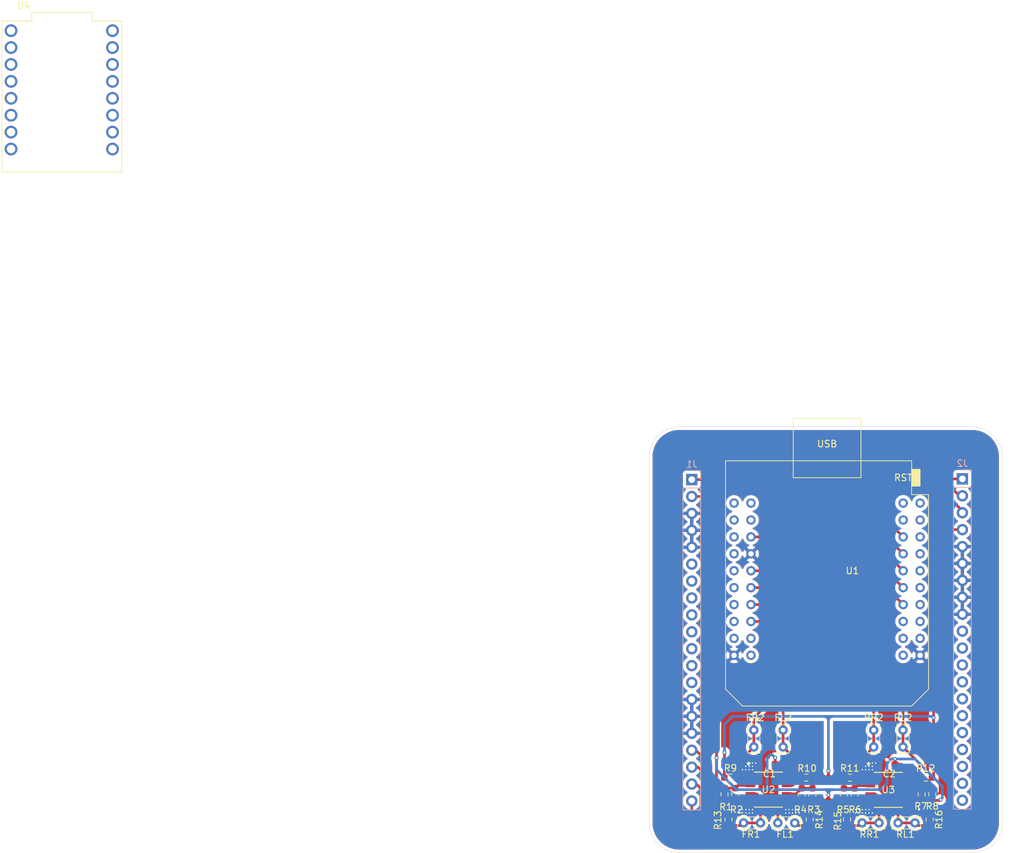
<source format=kicad_pcb>
(kicad_pcb (version 20241229) (generator "pcbnew") (generator_version "9.0")
  (layers (0 "F.Cu" signal) (2 "B.Cu" signal) (13 "F.Paste" user) (15 "B.Paste" user) (5 "F.SilkS" user "F.Silkscreen") (7 "B.SilkS" user "B.Silkscreen") (1 "F.Mask" user) (3 "B.Mask" user) (25 "Edge.Cuts" user))
  (net 0 "")
  (net 29 "Net-(U2A--)")
  (net 30 "+12V")
  (net 31 "GND")
  (net 32 "Net-(U2B--)")
  (net 33 "Net-(U3A--)")
  (net 34 "Net-(U3B--)")
  (net 35 "+3.3V")
  (net 36 "/WS_FR_Signal")
  (net 37 "/WS_FL_Signal")
  (net 38 "/WS_RR_Signal")
  (net 39 "/WS_RL_Signal")
  (net 44 "/CS")
  (net 57 "/SCK")
  (net 59 "/MISO")
  (net 66 "+5V")
  (net 69 "/MOSI")
  (net 72 "/WS_FR")
  (net 73 "/WS_FL")
  (net 74 "/WS_RL")
  (net 75 "/WS_RR")
  (footprint "Resistor_SMD:R_0603_1608Metric_Pad0.98x0.95mm_HandSolder" (layer "F.Cu") (at 127.2 121.4875 -90)
    (property "Reference" "R15" (at 0.2 1.4 90) (layer "F.SilkS"))
    (property "Value" "400")
    (pad "1" smd roundrect (at -0.9125 0 270) (size 0.975 0.95) (layers "F.Cu" "F.Mask" "F.Paste") (net 30 "+12V"))
    (pad "2" smd roundrect (at 0.9125 0 270) (size 0.975 0.95) (layers "F.Cu" "F.Mask" "F.Paste") (net 75 "/WS_RR"))
  )
  (footprint "Resistor_SMD:R_0603_1608Metric_Pad0.98x0.95mm_HandSolder" (layer "F.Cu") (at 140 117.7125 90)
    (property "Reference" "R7" (at -1.7875 -1.72415 0) (layer "F.SilkS"))
    (property "Value" "10K")
    (pad "1" smd roundrect (at -0.9125 0 90) (size 0.975 0.95) (layers "F.Cu" "F.Mask" "F.Paste") (net 30 "+12V"))
    (pad "2" smd roundrect (at 0.9125 0 90) (size 0.975 0.95) (layers "F.Cu" "F.Mask" "F.Paste") (net 34 "Net-(U3B--)"))
  )
  (footprint "Capacitor_SMD:C_0603_1608Metric_Pad1.08x0.95mm_HandSolder" (layer "F.Cu") (at 115.5375 113.2 180)
    (property "Reference" "C1" (at 0 -1.43 0) (layer "F.SilkS"))
    (property "Value" "C_Small")
    (pad "1" smd roundrect (at -0.8625 0 180) (size 1.075 0.95) (layers "F.Cu" "F.Mask" "F.Paste") (net 30 "+12V"))
    (pad "2" smd roundrect (at 0.8625 0 180) (size 1.075 0.95) (layers "F.Cu" "F.Mask" "F.Paste") (net 31 "GND"))
  )
  (footprint "TestPoint:TestPoint_Bridge_Pitch2.54mm_Drill0.7mm" (layer "F.Cu") (at 129.46 122)
    (property "Reference" "RR1" (at 1.1 1.7 0) (layer "F.SilkS"))
    (property "Value" "TestPoint")
    (pad "1" thru_hole circle (at 0 0) (size 1.4 1.4) (drill 0.7) (layers "*.Cu" "*.Mask") (net 75 "/WS_RR"))
    (pad "1" thru_hole circle (at 2.54 0) (size 1.4 1.4) (drill 0.7) (layers "*.Cu" "*.Mask") (net 75 "/WS_RR"))
  )
  (footprint "Resistor_SMD:R_0603_1608Metric_Pad0.98x0.95mm_HandSolder" (layer "F.Cu") (at 121.0875 115.2 180)
    (property "Reference" "R10" (at -0.1125 1.4 0) (layer "F.SilkS"))
    (property "Value" "1K")
    (pad "1" smd roundrect (at -0.9125 0 180) (size 0.975 0.95) (layers "F.Cu" "F.Mask" "F.Paste") (net 35 "+3.3V"))
    (pad "2" smd roundrect (at 0.9125 0 180) (size 0.975 0.95) (layers "F.Cu" "F.Mask" "F.Paste") (net 37 "/WS_FL_Signal"))
  )
  (footprint "TestPoint:TestPoint_Bridge_Pitch2.54mm_Drill0.7mm" (layer "F.Cu") (at 111.66 122)
    (property "Reference" "FR1" (at 1.1 1.7 0) (layer "F.SilkS"))
    (property "Value" "TestPoint")
    (pad "1" thru_hole circle (at 0 0) (size 1.4 1.4) (drill 0.7) (layers "*.Cu" "*.Mask") (net 72 "/WS_FR"))
    (pad "1" thru_hole circle (at 2.54 0) (size 1.4 1.4) (drill 0.7) (layers "*.Cu" "*.Mask") (net 72 "/WS_FR"))
  )
  (footprint "Resistor_SMD:R_0603_1608Metric_Pad0.98x0.95mm_HandSolder" (layer "F.Cu") (at 108.8 117.6875 90)
    (property "Reference" "R1" (at -1.9125 0.2 0) (layer "F.SilkS"))
    (property "Value" "10K")
    (pad "1" smd roundrect (at -0.9125 0 90) (size 0.975 0.95) (layers "F.Cu" "F.Mask" "F.Paste") (net 30 "+12V"))
    (pad "2" smd roundrect (at 0.9125 0 90) (size 0.975 0.95) (layers "F.Cu" "F.Mask" "F.Paste") (net 29 "Net-(U2A--)"))
  )
  (footprint "TestPoint:TestPoint_Bridge_Pitch2.54mm_Drill0.7mm" (layer "F.Cu") (at 131.2 108.06 -90)
    (property "Reference" "RR2" (at -1.86 0 0) (layer "F.SilkS"))
    (property "Value" "TestPoint")
    (pad "1" thru_hole circle (at 0 0 270) (size 1.4 1.4) (drill 0.7) (layers "*.Cu" "*.Mask") (net 38 "/WS_RR_Signal"))
    (pad "1" thru_hole circle (at 2.54 0 270) (size 1.4 1.4) (drill 0.7) (layers "*.Cu" "*.Mask") (net 38 "/WS_RR_Signal"))
  )
  (footprint "TestPoint:TestPoint_Bridge_Pitch2.54mm_Drill0.7mm" (layer "F.Cu") (at 117.6 110.6 90)
    (property "Reference" "FL2" (at 4.4 0 0) (layer "F.SilkS"))
    (property "Value" "TestPoint")
    (pad "1" thru_hole circle (at 0 0 90) (size 1.4 1.4) (drill 0.7) (layers "*.Cu" "*.Mask") (net 37 "/WS_FL_Signal"))
    (pad "1" thru_hole circle (at 2.54 0 90) (size 1.4 1.4) (drill 0.7) (layers "*.Cu" "*.Mask") (net 37 "/WS_FL_Signal"))
  )
  (footprint "Resistor_SMD:R_0603_1608Metric_Pad0.98x0.95mm_HandSolder" (layer "F.Cu") (at 110.4 117.6875 -90)
    (property "Reference" "R2" (at 2.3125 -0.2 0) (layer "F.SilkS"))
    (property "Value" "22K")
    (pad "1" smd roundrect (at -0.9125 0 270) (size 0.975 0.95) (layers "F.Cu" "F.Mask" "F.Paste") (net 29 "Net-(U2A--)"))
    (pad "2" smd roundrect (at 0.9125 0 270) (size 0.975 0.95) (layers "F.Cu" "F.Mask" "F.Paste") (net 31 "GND"))
  )
  (footprint "Resistor_SMD:R_0603_1608Metric_Pad0.98x0.95mm_HandSolder" (layer "F.Cu") (at 139.6 121.4875 -90)
    (property "Reference" "R16" (at 0.0125 -1.4 90) (layer "F.SilkS"))
    (property "Value" "400")
    (pad "1" smd roundrect (at -0.9125 0 270) (size 0.975 0.95) (layers "F.Cu" "F.Mask" "F.Paste") (net 30 "+12V"))
    (pad "2" smd roundrect (at 0.9125 0 270) (size 0.975 0.95) (layers "F.Cu" "F.Mask" "F.Paste") (net 74 "/WS_RL"))
  )
  (footprint "Resistor_SMD:R_0603_1608Metric_Pad0.98x0.95mm_HandSolder" (layer "F.Cu") (at 109.6875 115.2)
    (property "Reference" "R9" (at 0 -1.43 0) (layer "F.SilkS"))
    (property "Value" "1K")
    (pad "1" smd roundrect (at -0.9125 0) (size 0.975 0.95) (layers "F.Cu" "F.Mask" "F.Paste") (net 35 "+3.3V"))
    (pad "2" smd roundrect (at 0.9125 0) (size 0.975 0.95) (layers "F.Cu" "F.Mask" "F.Paste") (net 36 "/WS_FR_Signal"))
  )
  (footprint "TestPoint:TestPoint_Bridge_Pitch2.54mm_Drill0.7mm" (layer "F.Cu") (at 116.8 122)
    (property "Reference" "FL1" (at 1.1 1.7 0) (layer "F.SilkS"))
    (property "Value" "TestPoint")
    (pad "1" thru_hole circle (at 0 0) (size 1.4 1.4) (drill 0.7) (layers "*.Cu" "*.Mask") (net 73 "/WS_FL"))
    (pad "1" thru_hole circle (at 2.54 0) (size 1.4 1.4) (drill 0.7) (layers "*.Cu" "*.Mask") (net 73 "/WS_FL"))
  )
  (footprint "Resistor_SMD:R_0603_1608Metric_Pad0.98x0.95mm_HandSolder" (layer "F.Cu") (at 138.4 117.7125 -90)
    (property "Reference" "R8" (at 1.7875 -1.6 180) (layer "F.SilkS"))
    (property "Value" "20K")
    (pad "1" smd roundrect (at -0.9125 0 270) (size 0.975 0.95) (layers "F.Cu" "F.Mask" "F.Paste") (net 34 "Net-(U3B--)"))
    (pad "2" smd roundrect (at 0.9125 0 270) (size 0.975 0.95) (layers "F.Cu" "F.Mask" "F.Paste") (net 31 "GND"))
  )
  (footprint "Resistor_SMD:R_0603_1608Metric_Pad0.98x0.95mm_HandSolder" (layer "F.Cu") (at 126.72415 117.7225 90)
    (property "Reference" "R5" (at -2.2775 -0.12415 0) (layer "F.SilkS"))
    (property "Value" "10K")
    (pad "1" smd roundrect (at -0.9125 0 90) (size 0.975 0.95) (layers "F.Cu" "F.Mask" "F.Paste") (net 30 "+12V"))
    (pad "2" smd roundrect (at 0.9125 0 90) (size 0.975 0.95) (layers "F.Cu" "F.Mask" "F.Paste") (net 33 "Net-(U3A--)"))
  )
  (footprint "Resistor_SMD:R_0603_1608Metric_Pad0.98x0.95mm_HandSolder" (layer "F.Cu") (at 139.03665 115.2 180)
    (property "Reference" "R12" (at 0.03665 1.4 0) (layer "F.SilkS"))
    (property "Value" "1K")
    (pad "1" smd roundrect (at -0.9125 0 180) (size 0.975 0.95) (layers "F.Cu" "F.Mask" "F.Paste") (net 35 "+3.3V"))
    (pad "2" smd roundrect (at 0.9125 0 180) (size 0.975 0.95) (layers "F.Cu" "F.Mask" "F.Paste") (net 39 "/WS_RL_Signal"))
  )
  (footprint "Resistor_SMD:R_0603_1608Metric_Pad0.98x0.95mm_HandSolder" (layer "F.Cu") (at 121.6 121.4875 -90)
    (property "Reference" "R14" (at 0 -1.43 90) (layer "F.SilkS"))
    (property "Value" "400")
    (pad "1" smd roundrect (at -0.9125 0 270) (size 0.975 0.95) (layers "F.Cu" "F.Mask" "F.Paste") (net 30 "+12V"))
    (pad "2" smd roundrect (at 0.9125 0 270) (size 0.975 0.95) (layers "F.Cu" "F.Mask" "F.Paste") (net 73 "/WS_FL"))
  )
  (footprint "Resistor_SMD:R_0603_1608Metric_Pad0.98x0.95mm_HandSolder" (layer "F.Cu") (at 120.4 117.7125 -90)
    (property "Reference" "R4" (at 2.2875 0.2 180) (layer "F.SilkS"))
    (property "Value" "20K")
    (pad "1" smd roundrect (at -0.9125 0 270) (size 0.975 0.95) (layers "F.Cu" "F.Mask" "F.Paste") (net 32 "Net-(U2B--)"))
    (pad "2" smd roundrect (at 0.9125 0 270) (size 0.975 0.95) (layers "F.Cu" "F.Mask" "F.Paste") (net 31 "GND"))
  )
  (footprint "TestPoint:TestPoint_Bridge_Pitch2.54mm_Drill0.7mm" (layer "F.Cu") (at 113.2 110.6 90)
    (property "Reference" "FR2" (at 4.4 0.2 0) (layer "F.SilkS"))
    (property "Value" "TestPoint")
    (pad "1" thru_hole circle (at 0 0 90) (size 1.4 1.4) (drill 0.7) (layers "*.Cu" "*.Mask") (net 36 "/WS_FR_Signal"))
    (pad "1" thru_hole circle (at 2.54 0 90) (size 1.4 1.4) (drill 0.7) (layers "*.Cu" "*.Mask") (net 36 "/WS_FR_Signal"))
  )
  (footprint "ESP32 Supermini:MODULE_ESP32-C3_SUPERMINI" (layer "F.Cu") (at 9.275 12.925)
    (property "Reference" "U4" (at -5.715 -13.6525 0) (layer "F.SilkS"))
    (property "Value" "ESP32-C3_SUPERMINI_TH")
    (pad "0" thru_hole circle (at 7.62 7.88) (size 1.905 1.905) (drill 1.27) (layers "*.Cu" "*.Mask"))
    (pad "1" thru_hole circle (at 7.62 5.34) (size 1.905 1.905) (drill 1.27) (layers "*.Cu" "*.Mask"))
    (pad "2" thru_hole circle (at 7.62 2.8) (size 1.905 1.905) (drill 1.27) (layers "*.Cu" "*.Mask"))
    (pad "3" thru_hole circle (at 7.62 0.26) (size 1.905 1.905) (drill 1.27) (layers "*.Cu" "*.Mask"))
    (pad "3.3" thru_hole circle (at 7.62 -4.82) (size 1.905 1.905) (drill 1.27) (layers "*.Cu" "*.Mask"))
    (pad "4" thru_hole circle (at 7.62 -2.28) (size 1.905 1.905) (drill 1.27) (layers "*.Cu" "*.Mask"))
    (pad "5" thru_hole circle (at -7.62 -9.9) (size 1.905 1.905) (drill 1.27) (layers "*.Cu" "*.Mask"))
    (pad "5V" thru_hole circle (at 7.62 -9.9) (size 1.905 1.905) (drill 1.27) (layers "*.Cu" "*.Mask"))
    (pad "6" thru_hole circle (at -7.62 -7.36) (size 1.905 1.905) (drill 1.27) (layers "*.Cu" "*.Mask"))
    (pad "7" thru_hole circle (at -7.62 -4.82) (size 1.905 1.905) (drill 1.27) (layers "*.Cu" "*.Mask"))
    (pad "8" thru_hole circle (at -7.62 -2.28) (size 1.905 1.905) (drill 1.27) (layers "*.Cu" "*.Mask"))
    (pad "9" thru_hole circle (at -7.62 0.26) (size 1.905 1.905) (drill 1.27) (layers "*.Cu" "*.Mask"))
    (pad "10" thru_hole circle (at -7.62 2.8) (size 1.905 1.905) (drill 1.27) (layers "*.Cu" "*.Mask"))
    (pad "20" thru_hole circle (at -7.62 5.34) (size 1.905 1.905) (drill 1.27) (layers "*.Cu" "*.Mask"))
    (pad "21" thru_hole circle (at -7.62 7.88) (size 1.905 1.905) (drill 1.27) (layers "*.Cu" "*.Mask"))
    (pad "G" thru_hole circle (at 7.62 -7.36) (size 1.905 1.905) (drill 1.27) (layers "*.Cu" "*.Mask"))
  )
  (footprint "Resistor_SMD:R_0603_1608Metric_Pad0.98x0.95mm_HandSolder" (layer "F.Cu") (at 127.61165 115.21)
    (property "Reference" "R11" (at 0 -1.43 0) (layer "F.SilkS"))
    (property "Value" "1K")
    (pad "1" smd roundrect (at -0.9125 0) (size 0.975 0.95) (layers "F.Cu" "F.Mask" "F.Paste") (net 35 "+3.3V"))
    (pad "2" smd roundrect (at 0.9125 0) (size 0.975 0.95) (layers "F.Cu" "F.Mask" "F.Paste") (net 38 "/WS_RR_Signal"))
  )
  (footprint "LM393:SO8_STM" (layer "F.Cu") (at 133.4 117.035)
    (property "Reference" "U3" (at 0 0 0) (layer "F.SilkS"))
    (property "Value" "LM393")
    (fp_text user "*" (at -2.97815 -3.5814 0) (layer "F.SilkS"))
    (fp_text user "*" (at -2.97815 -3.5814 0) (layer "F.SilkS"))
    (pad "1" smd rect (at -2.72415 -1.905) (size 1.4605 0.5334) (layers "F.Cu" "F.Mask" "F.Paste") (net 38 "/WS_RR_Signal"))
    (pad "2" smd rect (at -2.72415 -0.635) (size 1.4605 0.5334) (layers "F.Cu" "F.Mask" "F.Paste") (net 33 "Net-(U3A--)"))
    (pad "3" smd rect (at -2.72415 0.635) (size 1.4605 0.5334) (layers "F.Cu" "F.Mask" "F.Paste") (net 75 "/WS_RR"))
    (pad "4" smd rect (at -2.72415 1.905) (size 1.4605 0.5334) (layers "F.Cu" "F.Mask" "F.Paste") (net 31 "GND"))
    (pad "5" smd rect (at 2.72415 1.905) (size 1.4605 0.5334) (layers "F.Cu" "F.Mask" "F.Paste") (net 74 "/WS_RL"))
    (pad "6" smd rect (at 2.72415 0.635) (size 1.4605 0.5334) (layers "F.Cu" "F.Mask" "F.Paste") (net 34 "Net-(U3B--)"))
    (pad "7" smd rect (at 2.72415 -0.635) (size 1.4605 0.5334) (layers "F.Cu" "F.Mask" "F.Paste") (net 39 "/WS_RL_Signal"))
    (pad "8" smd rect (at 2.72415 -1.905) (size 1.4605 0.5334) (layers "F.Cu" "F.Mask" "F.Paste") (net 30 "+12V"))
  )
  (footprint "TestPoint:TestPoint_Bridge_Pitch2.54mm_Drill0.7mm" (layer "F.Cu") (at 134.86 122)
    (property "Reference" "RL1" (at 1.1 1.7 0) (layer "F.SilkS"))
    (property "Value" "TestPoint")
    (pad "1" thru_hole circle (at 0 0) (size 1.4 1.4) (drill 0.7) (layers "*.Cu" "*.Mask") (net 74 "/WS_RL"))
    (pad "1" thru_hole circle (at 2.54 0) (size 1.4 1.4) (drill 0.7) (layers "*.Cu" "*.Mask") (net 74 "/WS_RL"))
  )
  (footprint "LM393:SO8_STM" (layer "F.Cu") (at 115.4 117)
    (property "Reference" "U2" (at 0 0 0) (layer "F.SilkS"))
    (property "Value" "LM393")
    (fp_text user "*" (at -2.97815 -3.5814 0) (layer "F.SilkS"))
    (fp_text user "*" (at -2.97815 -3.5814 0) (layer "F.SilkS"))
    (pad "1" smd rect (at -2.72415 -1.905) (size 1.4605 0.5334) (layers "F.Cu" "F.Mask" "F.Paste") (net 36 "/WS_FR_Signal"))
    (pad "2" smd rect (at -2.72415 -0.635) (size 1.4605 0.5334) (layers "F.Cu" "F.Mask" "F.Paste") (net 29 "Net-(U2A--)"))
    (pad "3" smd rect (at -2.72415 0.635) (size 1.4605 0.5334) (layers "F.Cu" "F.Mask" "F.Paste") (net 72 "/WS_FR"))
    (pad "4" smd rect (at -2.72415 1.905) (size 1.4605 0.5334) (layers "F.Cu" "F.Mask" "F.Paste") (net 31 "GND"))
    (pad "5" smd rect (at 2.72415 1.905) (size 1.4605 0.5334) (layers "F.Cu" "F.Mask" "F.Paste") (net 73 "/WS_FL"))
    (pad "6" smd rect (at 2.72415 0.635) (size 1.4605 0.5334) (layers "F.Cu" "F.Mask" "F.Paste") (net 32 "Net-(U2B--)"))
    (pad "7" smd rect (at 2.72415 -0.635) (size 1.4605 0.5334) (layers "F.Cu" "F.Mask" "F.Paste") (net 37 "/WS_FL_Signal"))
    (pad "8" smd rect (at 2.72415 -1.905) (size 1.4605 0.5334) (layers "F.Cu" "F.Mask" "F.Paste") (net 30 "+12V"))
  )
  (footprint "Resistor_SMD:R_0603_1608Metric_Pad0.98x0.95mm_HandSolder" (layer "F.Cu") (at 109.4 121.4875 -90)
    (property "Reference" "R13" (at 0.1125 1.6 90) (layer "F.SilkS"))
    (property "Value" "400")
    (pad "1" smd roundrect (at -0.9125 0 270) (size 0.975 0.95) (layers "F.Cu" "F.Mask" "F.Paste") (net 30 "+12V"))
    (pad "2" smd roundrect (at 0.9125 0 270) (size 0.975 0.95) (layers "F.Cu" "F.Mask" "F.Paste") (net 72 "/WS_FR"))
  )
  (footprint "Resistor_SMD:R_0603_1608Metric_Pad0.98x0.95mm_HandSolder" (layer "F.Cu") (at 128.32415 117.7225 -90)
    (property "Reference" "R6" (at 2.2775 -0.07585 0) (layer "F.SilkS"))
    (property "Value" "20K")
    (pad "1" smd roundrect (at -0.9125 0 270) (size 0.975 0.95) (layers "F.Cu" "F.Mask" "F.Paste") (net 33 "Net-(U3A--)"))
    (pad "2" smd roundrect (at 0.9125 0 270) (size 0.975 0.95) (layers "F.Cu" "F.Mask" "F.Paste") (net 31 "GND"))
  )
  (footprint "kicad-esp32-wemos-d1-mini-master:esp32-wemos-d1-mini" (layer "F.Cu") (at 124.2 85.4 180)
    (property "Reference" "U1" (at -3.81 1.27 0) (layer "F.SilkS"))
    (property "Value" "esp32-wemos-d1-mini")
    (fp_text user "RST" (at -11.43 15.24 0) (layer "F.SilkS"))
    (fp_text user "USB" (at 0 20.32 0) (layer "F.SilkS"))
    (pad "1" thru_hole circle (at -13.97 -11.43 90) (size 1.4 1.4) (drill 0.8) (layers "*.Cu" "*.Mask") (net 31 "GND"))
    (pad "2" thru_hole circle (at -11.43 -11.43 90) (size 1.4 1.4) (drill 0.8) (layers "*.Cu" "*.Mask"))
    (pad "3" thru_hole circle (at -13.97 -8.89 90) (size 1.4 1.4) (drill 0.8) (layers "*.Cu" "*.Mask"))
    (pad "4" thru_hole circle (at -11.43 -8.89 90) (size 1.4 1.4) (drill 0.8) (layers "*.Cu" "*.Mask"))
    (pad "5" thru_hole circle (at -13.97 -6.35 90) (size 1.4 1.4) (drill 0.8) (layers "*.Cu" "*.Mask"))
    (pad "6" thru_hole circle (at -11.43 -6.35 90) (size 1.4 1.4) (drill 0.8) (layers "*.Cu" "*.Mask"))
    (pad "7" thru_hole circle (at -13.97 -3.81 90) (size 1.4 1.4) (drill 0.8) (layers "*.Cu" "*.Mask"))
    (pad "8" thru_hole circle (at -11.43 -3.81 90) (size 1.4 1.4) (drill 0.8) (layers "*.Cu" "*.Mask") (net 57 "/SCK"))
    (pad "9" thru_hole circle (at -13.97 -1.27 90) (size 1.4 1.4) (drill 0.8) (layers "*.Cu" "*.Mask"))
    (pad "10" thru_hole circle (at -11.43 -1.27 90) (size 1.4 1.4) (drill 0.8) (layers "*.Cu" "*.Mask") (net 59 "/MISO"))
    (pad "11" thru_hole circle (at -13.97 1.27 90) (size 1.4 1.4) (drill 0.8) (layers "*.Cu" "*.Mask"))
    (pad "12" thru_hole circle (at -11.43 1.27 90) (size 1.4 1.4) (drill 0.8) (layers "*.Cu" "*.Mask") (net 69 "/MOSI"))
    (pad "13" thru_hole circle (at -13.97 3.81 90) (size 1.4 1.4) (drill 0.8) (layers "*.Cu" "*.Mask"))
    (pad "14" thru_hole circle (at -11.43 3.81 90) (size 1.4 1.4) (drill 0.8) (layers "*.Cu" "*.Mask") (net 44 "/CS"))
    (pad "15" thru_hole circle (at -13.97 6.35 90) (size 1.4 1.4) (drill 0.8) (layers "*.Cu" "*.Mask"))
    (pad "16" thru_hole circle (at -11.43 6.35 90) (size 1.4 1.4) (drill 0.8) (layers "*.Cu" "*.Mask") (net 35 "+3.3V"))
    (pad "17" thru_hole circle (at -13.97 8.89 90) (size 1.4 1.4) (drill 0.8) (layers "*.Cu" "*.Mask"))
    (pad "18" thru_hole circle (at -11.43 8.89 90) (size 1.4 1.4) (drill 0.8) (layers "*.Cu" "*.Mask"))
    (pad "19" thru_hole circle (at -13.97 11.43 90) (size 1.4 1.4) (drill 0.8) (layers "*.Cu" "*.Mask"))
    (pad "20" thru_hole circle (at -11.43 11.43 90) (size 1.4 1.4) (drill 0.8) (layers "*.Cu" "*.Mask"))
    (pad "21" thru_hole circle (at 11.43 -11.43 90) (size 1.4 1.4) (drill 0.8) (layers "*.Cu" "*.Mask"))
    (pad "22" thru_hole circle (at 13.97 -11.43 90) (size 1.4 1.4) (drill 0.8) (layers "*.Cu" "*.Mask") (net 31 "GND"))
    (pad "23" thru_hole circle (at 11.43 -8.89 90) (size 1.4 1.4) (drill 0.8) (layers "*.Cu" "*.Mask"))
    (pad "24" thru_hole circle (at 13.97 -8.89 90) (size 1.4 1.4) (drill 0.8) (layers "*.Cu" "*.Mask"))
    (pad "25" thru_hole circle (at 11.43 -6.35 90) (size 1.4 1.4) (drill 0.8) (layers "*.Cu" "*.Mask") (net 36 "/WS_FR_Signal"))
    (pad "26" thru_hole circle (at 13.97 -6.35 90) (size 1.4 1.4) (drill 0.8) (layers "*.Cu" "*.Mask"))
    (pad "27" thru_hole circle (at 11.43 -3.81 90) (size 1.4 1.4) (drill 0.8) (layers "*.Cu" "*.Mask") (net 37 "/WS_FL_Signal"))
    (pad "28" thru_hole circle (at 13.97 -3.81 90) (size 1.4 1.4) (drill 0.8) (layers "*.Cu" "*.Mask"))
    (pad "29" thru_hole circle (at 11.43 -1.27 90) (size 1.4 1.4) (drill 0.8) (layers "*.Cu" "*.Mask") (net 38 "/WS_RR_Signal"))
    (pad "30" thru_hole circle (at 13.97 -1.27 90) (size 1.4 1.4) (drill 0.8) (layers "*.Cu" "*.Mask"))
    (pad "31" thru_hole circle (at 11.43 1.27 90) (size 1.4 1.4) (drill 0.8) (layers "*.Cu" "*.Mask") (net 39 "/WS_RL_Signal"))
    (pad "32" thru_hole circle (at 13.97 1.27 90) (size 1.4 1.4) (drill 0.8) (layers "*.Cu" "*.Mask"))
    (pad "33" thru_hole circle (at 11.43 3.81 90) (size 1.4 1.4) (drill 0.8) (layers "*.Cu" "*.Mask") (net 31 "GND"))
    (pad "34" thru_hole circle (at 13.97 3.81 90) (size 1.4 1.4) (drill 0.8) (layers "*.Cu" "*.Mask"))
    (pad "35" thru_hole circle (at 11.43 6.35 90) (size 1.4 1.4) (drill 0.8) (layers "*.Cu" "*.Mask") (net 66 "+5V"))
    (pad "36" thru_hole circle (at 13.97 6.35 90) (size 1.4 1.4) (drill 0.8) (layers "*.Cu" "*.Mask"))
    (pad "37" thru_hole circle (at 11.43 8.89 90) (size 1.4 1.4) (drill 0.8) (layers "*.Cu" "*.Mask"))
    (pad "38" thru_hole circle (at 13.97 8.89 90) (size 1.4 1.4) (drill 0.8) (layers "*.Cu" "*.Mask"))
    (pad "39" thru_hole circle (at 11.43 11.43 90) (size 1.4 1.4) (drill 0.8) (layers "*.Cu" "*.Mask"))
    (pad "40" thru_hole circle (at 13.97 11.43 90) (size 1.4 1.4) (drill 0.8) (layers "*.Cu" "*.Mask"))
  )
  (footprint "Resistor_SMD:R_0603_1608Metric_Pad0.98x0.95mm_HandSolder" (layer "F.Cu") (at 122 117.7125 90)
    (property "Reference" "R3" (at -2.2875 0.2 0) (layer "F.SilkS"))
    (property "Value" "10K")
    (pad "1" smd roundrect (at -0.9125 0 90) (size 0.975 0.95) (layers "F.Cu" "F.Mask" "F.Paste") (net 30 "+12V"))
    (pad "2" smd roundrect (at 0.9125 0 90) (size 0.975 0.95) (layers "F.Cu" "F.Mask" "F.Paste") (net 32 "Net-(U2B--)"))
  )
  (footprint "TestPoint:TestPoint_Bridge_Pitch2.54mm_Drill0.7mm" (layer "F.Cu") (at 135.6 110.6 90)
    (property "Reference" "RL2" (at 4.4 0 0) (layer "F.SilkS"))
    (property "Value" "TestPoint")
    (pad "1" thru_hole circle (at 0 0 90) (size 1.4 1.4) (drill 0.7) (layers "*.Cu" "*.Mask") (net 39 "/WS_RL_Signal"))
    (pad "1" thru_hole circle (at 2.54 0 90) (size 1.4 1.4) (drill 0.7) (layers "*.Cu" "*.Mask") (net 39 "/WS_RL_Signal"))
  )
  (footprint "Capacitor_SMD:C_0603_1608Metric_Pad1.08x0.95mm_HandSolder" (layer "F.Cu") (at 133.5375 113.21 180)
    (property "Reference" "C2" (at 0 -1.43 0) (layer "F.SilkS"))
    (property "Value" "C_Small" (hide yes))
    (pad "1" smd roundrect (at -0.8625 0 180) (size 1.075 0.95) (layers "F.Cu" "F.Mask" "F.Paste") (net 30 "+12V"))
    (pad "2" smd roundrect (at 0.8625 0 180) (size 1.075 0.95) (layers "F.Cu" "F.Mask" "F.Paste") (net 31 "GND"))
  )
  (footprint "Connector_PinHeader_2.54mm:PinHeader_1x20_P2.54mm_Vertical" (layer "B.Cu") (at 144.52 70.34 180)
    (property "Reference" "J2" (at 0 2.33 0) (layer "B.SilkS") (effects (justify mirror)))
    (property "Value" "Conn_01x20_Pin" (hide yes))
    (pad "1" thru_hole rect (at 0 0 180) (size 1.7 1.7) (drill 1) (layers "*.Cu" "*.Mask") (net 57 "/SCK"))
    (pad "2" thru_hole oval (at 0 -2.54 180) (size 1.7 1.7) (drill 1) (layers "*.Cu" "*.Mask") (net 59 "/MISO"))
    (pad "3" thru_hole oval (at 0 -5.08 180) (size 1.7 1.7) (drill 1) (layers "*.Cu" "*.Mask") (net 69 "/MOSI"))
    (pad "4" thru_hole oval (at 0 -7.62 180) (size 1.7 1.7) (drill 1) (layers "*.Cu" "*.Mask") (net 44 "/CS"))
    (pad "5" thru_hole oval (at 0 -10.16 180) (size 1.7 1.7) (drill 1) (layers "*.Cu" "*.Mask") (net 31 "GND"))
    (pad "6" thru_hole oval (at 0 -12.7 180) (size 1.7 1.7) (drill 1) (layers "*.Cu" "*.Mask") (net 31 "GND"))
    (pad "7" thru_hole oval (at 0 -15.24 180) (size 1.7 1.7) (drill 1) (layers "*.Cu" "*.Mask") (net 31 "GND"))
    (pad "8" thru_hole oval (at 0 -17.78 180) (size 1.7 1.7) (drill 1) (layers "*.Cu" "*.Mask") (net 31 "GND"))
    (pad "9" thru_hole oval (at 0 -20.32 180) (size 1.7 1.7) (drill 1) (layers "*.Cu" "*.Mask") (net 31 "GND"))
    (pad "10" thru_hole oval (at 0 -22.86 180) (size 1.7 1.7) (drill 1) (layers "*.Cu" "*.Mask"))
    (pad "11" thru_hole oval (at 0 -25.4 180) (size 1.7 1.7) (drill 1) (layers "*.Cu" "*.Mask"))
    (pad "12" thru_hole oval (at 0 -27.94 180) (size 1.7 1.7) (drill 1) (layers "*.Cu" "*.Mask"))
    (pad "13" thru_hole oval (at 0 -30.48 180) (size 1.7 1.7) (drill 1) (layers "*.Cu" "*.Mask"))
    (pad "14" thru_hole oval (at 0 -33.02 180) (size 1.7 1.7) (drill 1) (layers "*.Cu" "*.Mask"))
    (pad "15" thru_hole oval (at 0 -35.56 180) (size 1.7 1.7) (drill 1) (layers "*.Cu" "*.Mask"))
    (pad "16" thru_hole oval (at 0 -38.1 180) (size 1.7 1.7) (drill 1) (layers "*.Cu" "*.Mask"))
    (pad "17" thru_hole oval (at 0 -40.64 180) (size 1.7 1.7) (drill 1) (layers "*.Cu" "*.Mask"))
    (pad "18" thru_hole oval (at 0 -43.18 180) (size 1.7 1.7) (drill 1) (layers "*.Cu" "*.Mask"))
    (pad "19" thru_hole oval (at 0 -45.72 180) (size 1.7 1.7) (drill 1) (layers "*.Cu" "*.Mask"))
    (pad "20" thru_hole oval (at 0 -48.26 180) (size 1.7 1.7) (drill 1) (layers "*.Cu" "*.Mask"))
  )
  (footprint "Connector_PinHeader_2.54mm:PinHeader_1x20_P2.54mm_Vertical" (layer "B.Cu") (at 103.88 70.44 180)
    (property "Reference" "J1" (at 0 2.33 0) (layer "B.SilkS") (effects (justify mirror)))
    (property "Value" "Conn_01x20_Pin")
    (pad "1" thru_hole rect (at 0 0 180) (size 1.7 1.7) (drill 1) (layers "*.Cu" "*.Mask") (net 66 "+5V"))
    (pad "2" thru_hole oval (at 0 -2.54 180) (size 1.7 1.7) (drill 1) (layers "*.Cu" "*.Mask") (net 30 "+12V"))
    (pad "3" thru_hole oval (at 0 -5.08 180) (size 1.7 1.7) (drill 1) (layers "*.Cu" "*.Mask") (net 31 "GND"))
    (pad "4" thru_hole oval (at 0 -7.62 180) (size 1.7 1.7) (drill 1) (layers "*.Cu" "*.Mask") (net 31 "GND"))
    (pad "5" thru_hole oval (at 0 -10.16 180) (size 1.7 1.7) (drill 1) (layers "*.Cu" "*.Mask") (net 31 "GND"))
    (pad "6" thru_hole oval (at 0 -12.7 180) (size 1.7 1.7) (drill 1) (layers "*.Cu" "*.Mask"))
    (pad "7" thru_hole oval (at 0 -15.24 180) (size 1.7 1.7) (drill 1) (layers "*.Cu" "*.Mask"))
    (pad "8" thru_hole oval (at 0 -17.78 180) (size 1.7 1.7) (drill 1) (layers "*.Cu" "*.Mask"))
    (pad "9" thru_hole oval (at 0 -20.32 180) (size 1.7 1.7) (drill 1) (layers "*.Cu" "*.Mask"))
    (pad "10" thru_hole oval (at 0 -22.86 180) (size 1.7 1.7) (drill 1) (layers "*.Cu" "*.Mask"))
    (pad "11" thru_hole oval (at 0 -25.4 180) (size 1.7 1.7) (drill 1) (layers "*.Cu" "*.Mask"))
    (pad "12" thru_hole oval (at 0 -27.94 180) (size 1.7 1.7) (drill 1) (layers "*.Cu" "*.Mask"))
    (pad "13" thru_hole oval (at 0 -30.48 180) (size 1.7 1.7) (drill 1) (layers "*.Cu" "*.Mask"))
    (pad "14" thru_hole oval (at 0 -33.02 180) (size 1.7 1.7) (drill 1) (layers "*.Cu" "*.Mask") (net 31 "GND"))
    (pad "15" thru_hole oval (at 0 -35.56 180) (size 1.7 1.7) (drill 1) (layers "*.Cu" "*.Mask") (net 31 "GND"))
    (pad "16" thru_hole oval (at 0 -38.1 180) (size 1.7 1.7) (drill 1) (layers "*.Cu" "*.Mask") (net 31 "GND"))
    (pad "17" thru_hole oval (at 0 -40.64 180) (size 1.7 1.7) (drill 1) (layers "*.Cu" "*.Mask") (net 72 "/WS_FR"))
    (pad "18" thru_hole oval (at 0 -43.18 180) (size 1.7 1.7) (drill 1) (layers "*.Cu" "*.Mask") (net 73 "/WS_FL"))
    (pad "19" thru_hole oval (at 0 -45.72 180) (size 1.7 1.7) (drill 1) (layers "*.Cu" "*.Mask") (net 75 "/WS_RR"))
    (pad "20" thru_hole oval (at 0 -48.26 180) (size 1.7 1.7) (drill 1) (layers "*.Cu" "*.Mask") (net 74 "/WS_RL"))
  )
  (gr_arc (start 102 126.5) (mid 98.818019 125.181981) (end 97.5 122) (stroke (width 0.05)) (layer "Edge.Cuts"))
  (gr_arc (start 97.5 67) (mid 98.818019 63.818019) (end 102 62.5) (stroke (width 0.05)) (layer "Edge.Cuts"))
  (gr_line (start 150.5 67) (end 150.5 122) (stroke (width 0.05)) (layer "Edge.Cuts"))
  (gr_line (start 146 126.5) (end 102 126.5) (stroke (width 0.05)) (layer "Edge.Cuts"))
  (gr_line (start 102 62.5) (end 146 62.5) (stroke (width 0.05)) (layer "Edge.Cuts"))
  (gr_arc (start 150.5 122) (mid 149.181981 125.181981) (end 146 126.5) (stroke (width 0.05)) (layer "Edge.Cuts"))
  (gr_arc (start 146 62.5) (mid 149.181981 63.818019) (end 150.5 67) (stroke (width 0.05)) (layer "Edge.Cuts"))
  (gr_line (start 97.5 67) (end 97.5 122) (stroke (width 0.05)) (layer "Edge.Cuts"))
  (segment (start 110.4 116.775) (end 108.8 116.775) (width 0.4) (layer "F.Cu") (net 29))
  (segment (start 110.81 116.365) (end 110.4 116.775) (width 0.4) (layer "F.Cu") (net 29))
  (segment (start 112.67585 116.365) (end 110.81 116.365) (width 0.4) (layer "F.Cu") (net 29))
  (segment (start 140 118.625) (end 140 120.175) (width 0.4) (layer "F.Cu") (net 30))
  (segment (start 124.4 118.625) (end 124.4 118.2) (width 0.4) (layer "F.Cu") (net 30))
  (segment (start 141.125 118.625) (end 141.25 118.5) (width 0.4) (layer "F.Cu") (net 30))
  (segment (start 124 118.625) (end 124.4 118.625) (width 0.4) (layer "F.Cu") (net 30))
  (segment (start 136.12415 113.92415) (end 135.41 113.21) (width 0.4) (layer "F.Cu") (net 30))
  (segment (start 126.71415 118.625) (end 126.72415 118.635) (width 0.4) (layer "F.Cu") (net 30))
  (segment (start 124 118.625) (end 124 118.6) (width 0.4) (layer "F.Cu") (net 30))
  (segment (start 122 118.625) (end 124 118.625) (width 0.4) (layer "F.Cu") (net 30))
  (segment (start 107.6 112.25) (end 107.6 74.2) (width 0.4) (layer "F.Cu") (net 30))
  (segment (start 107.6 112.25) (end 107.6 118.2) (width 0.4) (layer "F.Cu") (net 30))
  (segment (start 126.72415 118.635) (end 126.72415 120.09915) (width 0.4) (layer "F.Cu") (net 30))
  (segment (start 122 118.625) (end 122 120.175) (width 0.4) (layer "F.Cu") (net 30))
  (segment (start 135.41 113.21) (end 134.4 113.21) (width 0.4) (layer "F.Cu") (net 30))
  (segment (start 124.4 118.225) (end 124.8 118.625) (width 0.4) (layer "F.Cu") (net 30))
  (segment (start 116.4 112.2) (end 116.4 113.2) (width 0.4) (layer "F.Cu") (net 30))
  (segment (start 140 118.625) (end 141.125 118.625) (width 0.4) (layer "F.Cu") (net 30))
  (segment (start 140 120.175) (end 139.6 120.575) (width 0.4) (layer "F.Cu") (net 30))
  (segment (start 108.8 118.6) (end 108.8 119.975) (width 0.4) (layer "F.Cu") (net 30))
  (segment (start 124.4 118.625) (end 124.8 118.625) (width 0.4) (layer "F.Cu") (net 30))
  (segment (start 108.8 119.975) (end 109.4 120.575) (width 0.4) (layer "F.Cu") (net 30))
  (segment (start 117.4 113.2) (end 116.4 113.2) (width 0.4) (layer "F.Cu") (net 30))
  (segment (start 136.12415 115.13) (end 136.12415 113.92415) (width 0.4) (layer "F.Cu") (net 30))
  (segment (start 108 118.6) (end 108.8 118.6) (width 0.4) (layer "F.Cu") (net 30))
  (segment (start 107.6 74.2) (end 106.38 72.98) (width 0.4) (layer "F.Cu") (net 30))
  (segment (start 122 120.175) (end 121.6 120.575) (width 0.4) (layer "F.Cu") (net 30))
  (segment (start 124.4 118.2) (end 124.4 117.8) (width 0.4) (layer "F.Cu") (net 30))
  (segment (start 106.38 72.98) (end 103.6 72.98) (width 0.4) (layer "F.Cu") (net 30))
  (segment (start 118.2 115.01915) (end 118.12415 115.095) (width 0.4) (layer "F.Cu") (net 30))
  (segment (start 118.12415 115.095) (end 118.12415 113.92415) (width 0.4) (layer "F.Cu") (net 30))
  (segment (start 107.6 118.2) (end 108 118.6) (width 0.4) (layer "F.Cu") (net 30))
  (segment (start 124.4 118.2) (end 124.4 118.225) (width 0.4) (layer "F.Cu") (net 30))
  (segment (start 134.4 112.4) (end 134.4 113.21) (width 0.4) (layer "F.Cu") (net 30))
  (segment (start 118.12415 113.92415) (end 117.4 113.2) (width 0.4) (layer "F.Cu") (net 30))
  (segment (start 124 118.6) (end 124.4 118.2) (width 0.4) (layer "F.Cu") (net 30))
  (segment (start 136.12415 115.05415) (end 136.0483 115.13) (width 0.4) (layer "F.Cu") (net 30))
  (segment (start 124.8 118.625) (end 126.71415 118.625) (width 0.4) (layer "F.Cu") (net 30))
  (segment (start 126.72415 120.09915) (end 127.2 120.575) (width 0.4) (layer "F.Cu") (net 30))
  (via (at 141.25 118.5) (size 0.6) (drill 0.3) (layers "F.Cu" "B.Cu") (net 30))
  (via (at 107.6 112.25) (size 0.6) (drill 0.3) (layers "F.Cu" "B.Cu") (net 30))
  (via (at 124.4 117.8) (size 0.6) (drill 0.3) (layers "F.Cu" "B.Cu") (net 30))
  (via (at 116.4 112.2) (size 0.6) (drill 0.3) (layers "F.Cu" "B.Cu") (net 30))
  (via (at 134.4 112.4) (size 0.6) (drill 0.3) (layers "F.Cu" "B.Cu") (net 30))
  (segment (start 134.4 112.4) (end 133.85 112.4) (width 0.4) (layer "B.Cu") (net 30))
  (segment (start 132.2 117) (end 125 117) (width 0.4) (layer "B.Cu") (net 30))
  (segment (start 133.2 113.05) (end 133.2 116) (width 0.4) (layer "B.Cu") (net 30))
  (segment (start 115.6 111.8) (end 115.2 112.2) (width 0.4) (layer "B.Cu") (net 30))
  (segment (start 114.6 117) (end 114.8 117) (width 0.4) (layer "B.Cu") (net 30))
  (segment (start 133.2 116) (end 132.2 117) (width 0.4) (layer "B.Cu") (net 30))
  (segment (start 107.6 114) (end 110.6 117) (width 0.4) (layer "B.Cu") (net 30))
  (segment (start 110.6 117) (end 114.6 117) (width 0.4) (layer "B.Cu") (net 30))
  (segment (start 124.4 117.4) (end 124.4 117.8) (width 0.4) (layer "B.Cu") (net 30))
  (segment (start 124.4 117) (end 124.4 117.8) (width 0.4) (layer "B.Cu") (net 30))
  (segment (start 114.6 117) (end 116.6 117) (width 0.4) (layer "B.Cu") (net 30))
  (segment (start 107.6 112.25) (end 107.6 114) (width 0.4) (layer "B.Cu") (net 30))
  (segment (start 114.8 117) (end 115.2 116.6) (width 0.4) (layer "B.Cu") (net 30))
  (segment (start 115.2 112.2) (end 115.2 116.6) (width 0.4) (layer "B.Cu") (net 30))
  (segment (start 116.4 112.2) (end 116 111.8) (width 0.4) (layer "B.Cu") (net 30))
  (segment (start 141.5 118.25) (end 141.5 116.5) (width 0.4) (layer "B.Cu") (net 30))
  (segment (start 133.85 112.4) (end 133.2 113.05) (width 0.4) (layer "B.Cu") (net 30))
  (segment (start 124.8 117) (end 124.4 117.4) (width 0.4) (layer "B.Cu") (net 30))
  (segment (start 141.5 116.5) (end 137.4 112.4) (width 0.4) (layer "B.Cu") (net 30))
  (segment (start 115.2 116.6) (end 115.6 117) (width 0.4) (layer "B.Cu") (net 30))
  (segment (start 125 117) (end 124.4 117) (width 0.4) (layer "B.Cu") (net 30))
  (segment (start 125 117) (end 124.8 117) (width 0.4) (layer "B.Cu") (net 30))
  (segment (start 124 117) (end 124.4 117.4) (width 0.4) (layer "B.Cu") (net 30))
  (segment (start 137.4 112.4) (end 134.4 112.4) (width 0.4) (layer "B.Cu") (net 30))
  (segment (start 116.6 117) (end 124 117) (width 0.4) (layer "B.Cu") (net 30))
  (segment (start 141.25 118.5) (end 141.5 118.25) (width 0.4) (layer "B.Cu") (net 30))
  (segment (start 124 117) (end 124.4 117) (width 0.4) (layer "B.Cu") (net 30))
  (segment (start 115.6 117) (end 116.6 117) (width 0.4) (layer "B.Cu") (net 30))
  (segment (start 116 111.8) (end 115.6 111.8) (width 0.4) (layer "B.Cu") (net 30))
  (segment (start 111.4 119.9) (end 111.5 120) (width 0.4) (layer "F.Cu") (net 31))
  (segment (start 120.4 119.6) (end 120 120) (width 0.4) (layer "F.Cu") (net 31))
  (segment (start 120.4 118.625) (end 120.4 119.6) (width 0.4) (layer "F.Cu") (net 31))
  (segment (start 110.705 118.905) (end 110.4 118.6) (width 0.4) (layer "F.Cu") (net 31))
  (segment (start 138.4 118.625) (end 138.4 119.6) (width 0.4) (layer "F.Cu") (net 31))
  (segment (start 128.62915 118.94) (end 128.32415 118.635) (width 0.4) (layer "F.Cu") (net 31))
  (segment (start 138.4 119.6) (end 138 120) (width 0.4) (layer "F.Cu") (net 31))
  (via (at 128.5 120.5) (size 0.4) (drill 0.2) (layers "F.Cu" "B.Cu") (net 31))
  (via (at 119.5 120.5) (size 0.4) (drill 0.2) (layers "F.Cu" "B.Cu") (net 31))
  (via (at 129.5 114) (size 0.4) (drill 0.2) (layers "F.Cu" "B.Cu") (net 31))
  (via (at 111.5 120) (size 0.4) (drill 0.2) (layers "F.Cu" "B.Cu") (net 31))
  (via (at 130 114) (size 0.4) (drill 0.2) (layers "F.Cu" "B.Cu") (net 31))
  (via (at 131.5 113) (size 0.4) (drill 0.2) (layers "F.Cu" "B.Cu") (net 31))
  (via (at 118.5 120.5) (size 0.4) (drill 0.2) (layers "F.Cu" "B.Cu") (net 31))
  (via (at 112.5 113.5) (size 0.4) (drill 0.2) (layers "F.Cu" "B.Cu") (net 31))
  (via (at 130.5 120.5) (size 0.4) (drill 0.2) (layers "F.Cu" "B.Cu") (net 31))
  (via (at 112.5 114) (size 0.4) (drill 0.2) (layers "F.Cu" "B.Cu") (net 31))
  (via (at 130.5 114) (size 0.4) (drill 0.2) (layers "F.Cu" "B.Cu") (net 31))
  (via (at 112 120.5) (size 0.4) (drill 0.2) (layers "F.Cu" "B.Cu") (net 31))
  (via (at 113 114) (size 0.4) (drill 0.2) (layers "F.Cu" "B.Cu") (net 31))
  (via (at 129 120) (size 0.4) (drill 0.2) (layers "F.Cu" "B.Cu") (net 31))
  (via (at 131 113.5) (size 0.4) (drill 0.2) (layers "F.Cu" "B.Cu") (net 31))
  (via (at 112 113.5) (size 0.4) (drill 0.2) (layers "F.Cu" "B.Cu") (net 31))
  (via (at 128.5 120) (size 0.4) (drill 0.2) (layers "F.Cu" "B.Cu") (net 31))
  (via (at 113 113.5) (size 0.4) (drill 0.2) (layers "F.Cu" "B.Cu") (net 31))
  (via (at 113 120.5) (size 0.4) (drill 0.2) (layers "F.Cu" "B.Cu") (net 31))
  (via (at 111 120) (size 0.4) (drill 0.2) (layers "F.Cu" "B.Cu") (net 31))
  (via (at 111.5 114) (size 0.4) (drill 0.2) (layers "F.Cu" "B.Cu") (net 31))
  (via (at 120 120) (size 0.4) (drill 0.2) (layers "F.Cu" "B.Cu") (net 31))
  (via (at 130 120.5) (size 0.4) (drill 0.2) (layers "F.Cu" "B.Cu") (net 31))
  (via (at 120 120.5) (size 0.4) (drill 0.2) (layers "F.Cu" "B.Cu") (net 31))
  (via (at 131 120.5) (size 0.4) (drill 0.2) (layers "F.Cu" "B.Cu") (net 31))
  (via (at 112.5 113) (size 0.4) (drill 0.2) (layers "F.Cu" "B.Cu") (net 31))
  (via (at 131 113) (size 0.4) (drill 0.2) (layers "F.Cu" "B.Cu") (net 31))
  (via (at 112 114) (size 0.4) (drill 0.2) (layers "F.Cu" "B.Cu") (net 31))
  (via (at 119.5 120) (size 0.4) (drill 0.2) (layers "F.Cu" "B.Cu") (net 31))
  (via (at 118 120) (size 0.4) (drill 0.2) (layers "F.Cu" "B.Cu") (net 31))
  (via (at 113 113) (size 0.4) (drill 0.2) (layers "F.Cu" "B.Cu") (net 31))
  (via (at 119 120) (size 0.4) (drill 0.2) (layers "F.Cu" "B.Cu") (net 31))
  (via (at 138 120) (size 0.6) (drill 0.3) (layers "F.Cu" "B.Cu") (net 31))
  (via (at 113.5 113) (size 0.4) (drill 0.2) (layers "F.Cu" "B.Cu") (net 31))
  (via (at 112 120) (size 0.4) (drill 0.2) (layers "F.Cu" "B.Cu") (net 31))
  (via (at 113 120) (size 0.4) (drill 0.2) (layers "F.Cu" "B.Cu") (net 31))
  (via (at 111 120.5) (size 0.4) (drill 0.2) (layers "F.Cu" "B.Cu") (net 31))
  (via (at 118 120.5) (size 0.4) (drill 0.2) (layers "F.Cu" "B.Cu") (net 31))
  (via (at 112.5 120.5) (size 0.4) (drill 0.2) (layers "F.Cu" "B.Cu") (net 31))
  (via (at 130 113.5) (size 0.4) (drill 0.2) (layers "F.Cu" "B.Cu") (net 31))
  (via (at 129.5 120) (size 0.4) (drill 0.2) (layers "F.Cu" "B.Cu") (net 31))
  (via (at 130.5 113.5) (size 0.4) (drill 0.2) (layers "F.Cu" "B.Cu") (net 31))
  (via (at 129 120.5) (size 0.4) (drill 0.2) (layers "F.Cu" "B.Cu") (net 31))
  (via (at 129.5 120.5) (size 0.4) (drill 0.2) (layers "F.Cu" "B.Cu") (net 31))
  (via (at 111.5 120.5) (size 0.4) (drill 0.2) (layers "F.Cu" "B.Cu") (net 31))
  (via (at 112.5 120) (size 0.4) (drill 0.2) (layers "F.Cu" "B.Cu") (net 31))
  (via (at 119 120.5) (size 0.4) (drill 0.2) (layers "F.Cu" "B.Cu") (net 31))
  (via (at 131 114) (size 0.4) (drill 0.2) (layers "F.Cu" "B.Cu") (net 31))
  (via (at 130 120) (size 0.4) (drill 0.2) (layers "F.Cu" "B.Cu") (net 31))
  (via (at 118.5 120) (size 0.4) (drill 0.2) (layers "F.Cu" "B.Cu") (net 31))
  (via (at 130.5 120) (size 0.4) (drill 0.2) (layers "F.Cu" "B.Cu") (net 31))
  (via (at 130.5 113) (size 0.4) (drill 0.2) (layers "F.Cu" "B.Cu") (net 31))
  (segment (start 120.4 116.8) (end 122 116.8) (width 0.4) (layer "F.Cu") (net 32))
  (segment (start 118.12415 117.635) (end 119.565 117.635) (width 0.4) (layer "F.Cu") (net 32))
  (segment (start 119.565 117.635) (end 120.4 116.8) (width 0.4) (layer "F.Cu") (net 32))
  (segment (start 128.32415 116.81) (end 126.72415 116.81) (width 0.4) (layer "F.Cu") (net 33))
  (segment (start 130.6 116.4) (end 128.73415 116.4) (width 0.4) (layer "F.Cu") (net 33))
  (segment (start 128.73415 116.4) (end 128.32415 116.81) (width 0.4) (layer "F.Cu") (net 33))
  (segment (start 136.12415 117.67) (end 137.53 117.67) (width 0.4) (layer "F.Cu") (net 34))
  (segment (start 140 116.8) (end 138.4 116.8) (width 0.4) (layer "F.Cu") (net 34))
  (segment (start 137.53 117.67) (end 138.4 116.8) (width 0.4) (layer "F.Cu") (net 34))
  (segment (start 124.4 115.2) (end 124.8 115.2) (width 0.4) (layer "F.Cu") (net 35))
  (segment (start 140.2 73.4) (end 139.2 72.4) (width 0.4) (layer "F.Cu") (net 35))
  (segment (start 139.2 72.4) (end 135 72.4) (width 0.4) (layer "F.Cu") (net 35))
  (segment (start 124.8 115.2) (end 124.4 114.8) (width 0.4) (layer "F.Cu") (net 35))
  (segment (start 124.4 114.8) (end 124.4 114.2) (width 0.4) (layer "F.Cu") (net 35))
  (segment (start 108.8 112.4) (end 108.775 112.425) (width 0.4) (layer "F.Cu") (net 35))
  (segment (start 124.8 115.2) (end 126.68915 115.2) (width 0.4) (layer "F.Cu") (net 35))
  (segment (start 108.775 112.425) (end 108.775 115.2) (width 0.4) (layer "F.Cu") (net 35))
  (segment (start 124 115.2) (end 124.4 114.8) (width 0.4) (layer "F.Cu") (net 35))
  (segment (start 124.4 115.2) (end 124.4 114.8) (width 0.4) (layer "F.Cu") (net 35))
  (segment (start 124 115.2) (end 124.4 115.2) (width 0.4) (layer "F.Cu") (net 35))
  (segment (start 140.2 106.2) (end 140.2 114.94915) (width 0.4) (layer "F.Cu") (net 35))
  (segment (start 140.2 114.94915) (end 139.94915 115.2) (width 0.4) (layer "F.Cu") (net 35))
  (segment (start 135 72.4) (end 133.8 73.6) (width 0.4) (layer "F.Cu") (net 35))
  (segment (start 122 115.2) (end 124 115.2) (width 0.4) (layer "F.Cu") (net 35))
  (segment (start 140.2 106.2) (end 140.2 73.4) (width 0.4) (layer "F.Cu") (net 35))
  (segment (start 126.68915 115.2) (end 126.69915 115.21) (width 0.4) (layer "F.Cu") (net 35))
  (segment (start 133.8 77.22) (end 135.63 79.05) (width 0.4) (layer "F.Cu") (net 35))
  (segment (start 108.8 111.4) (end 108.8 112.4) (width 0.4) (layer "F.Cu") (net 35))
  (segment (start 133.8 73.6) (end 133.8 77.22) (width 0.4) (layer "F.Cu") (net 35))
  (via (at 140.2 106.2) (size 0.6) (drill 0.3) (layers "F.Cu" "B.Cu") (net 35))
  (via (at 108.8 111.4) (size 0.6) (drill 0.3) (layers "F.Cu" "B.Cu") (net 35))
  (via (at 124.4 114.2) (size 0.6) (drill 0.3) (layers "F.Cu" "B.Cu") (net 35))
  (segment (start 125 106) (end 124.4 106) (width 0.4) (layer "B.Cu") (net 35))
  (segment (start 124.4 114.2) (end 124.4 106.4) (width 0.4) (layer "B.Cu") (net 35))
  (segment (start 125 106) (end 124.8 106) (width 0.4) (layer "B.Cu") (net 35))
  (segment (start 124.8 106) (end 124.4 106.4) (width 0.4) (layer "B.Cu") (net 35))
  (segment (start 108.8 107.2) (end 108.8 111.4) (width 0.4) (layer "B.Cu") (net 35))
  (segment (start 123.8 106) (end 110 106) (width 0.4) (layer "B.Cu") (net 35))
  (segment (start 110 106) (end 108.8 107.2) (width 0.4) (layer "B.Cu") (net 35))
  (segment (start 140.2 106.2) (end 140 106) (width 0.4) (layer "B.Cu") (net 35))
  (segment (start 123.8 106) (end 124 106) (width 0.4) (layer "B.Cu") (net 35))
  (segment (start 124.4 106.4) (end 124.4 106) (width 0.4) (layer "B.Cu") (net 35))
  (segment (start 140 106) (end 125 106) (width 0.4) (layer "B.Cu") (net 35))
  (segment (start 124.4 106) (end 123.8 106) (width 0.4) (layer "B.Cu") (net 35))
  (segment (start 124 106) (end 124.4 106.4) (width 0.4) (layer "B.Cu") (net 35))
  (segment (start 110.6 113.2) (end 113.2 110.6) (width 0.4) (layer "F.Cu") (net 36))
  (segment (start 113.2 106.2) (end 113.2 108.06) (width 0.4) (layer "F.Cu") (net 36))
  (segment (start 110.6 115.2) (end 110.6 113.2) (width 0.4) (layer "F.Cu") (net 36))
  (segment (start 112.77 91.75) (end 114.35 91.75) (width 0.4) (layer "F.Cu") (net 36))
  (segment (start 116.4 103) (end 113.2 106.2) (width 0.4) (layer "F.Cu") (net 36))
  (segment (start 116.4 93.8) (end 116.4 103) (width 0.4) (layer "F.Cu") (net 36))
  (segment (start 113.2 108.06) (end 113.2 110.6) (width 0.4) (layer "F.Cu") (net 36))
  (segment (start 110.705 115.095) (end 110.6 115.2) (width 0.4) (layer "F.Cu") (net 36))
  (segment (start 112.67585 115.095) (end 110.705 115.095) (width 0.4) (layer "F.Cu") (net 36))
  (segment (start 114.35 91.75) (end 116.4 93.8) (width 0.4) (layer "F.Cu") (net 36))
  (segment (start 117.6 104.6) (end 118.4 103.8) (width 0.4) (layer "F.Cu") (net 37))
  (segment (start 120.175 115.2) (end 120.175 113.175) (width 0.4) (layer "F.Cu") (net 37))
  (segment (start 117.6 108.06) (end 117.6 110.6) (width 0.4) (layer "F.Cu") (net 37))
  (segment (start 119.01 116.365) (end 120.175 115.2) (width 0.4) (layer "F.Cu") (net 37))
  (segment (start 120.175 113.175) (end 117.6 110.6) (width 0.4) (layer "F.Cu") (net 37))
  (segment (start 118.4 103.8) (end 118.4 92.4) (width 0.4) (layer "F.Cu") (net 37))
  (segment (start 117.6 108.06) (end 117.6 104.6) (width 0.4) (layer "F.Cu") (net 37))
  (segment (start 118.4 92.4) (end 115.21 89.21) (width 0.4) (layer "F.Cu") (net 37))
  (segment (start 118.12415 116.365) (end 119.01 116.365) (width 0.4) (layer "F.Cu") (net 37))
  (segment (start 115.21 89.21) (end 112.77 89.21) (width 0.4) (layer "F.Cu") (net 37))
  (segment (start 131.2 101.8) (end 131.2 108.06) (width 0.4) (layer "F.Cu") (net 38))
  (segment (start 116.07 86.67) (end 131.2 101.8) (width 0.4) (layer "F.Cu") (net 38))
  (segment (start 128.52415 115.21) (end 128.52415 113.27585) (width 0.4) (layer "F.Cu") (net 38))
  (segment (start 130.6 115.13) (end 128.60415 115.13) (width 0.4) (layer "F.Cu") (net 38))
  (segment (start 131.2 108.06) (end 131.2 110.6) (width 0.4) (layer "F.Cu") (net 38))
  (segment (start 128.60415 115.13) (end 128.52415 115.21) (width 0.4) (layer "F.Cu") (net 38))
  (segment (start 112.77 86.67) (end 116.07 86.67) (width 0.4) (layer "F.Cu") (net 38))
  (segment (start 128.52415 113.27585) (end 131.2 110.6) (width 0.4) (layer "F.Cu") (net 38))
  (segment (start 135.6 108.06) (end 135.6 110.6) (width 0.4) (layer "F.Cu") (net 39))
  (segment (start 138.12415 113.12415) (end 135.6 110.6) (width 0.4) (layer "F.Cu") (net 39))
  (segment (start 135.6 108.06) (end 135.6 102) (width 0.4) (layer "F.Cu") (net 39))
  (segment (start 138.12415 115.2) (end 138.12415 113.12415) (width 0.4) (layer "F.Cu") (net 39))
  (segment (start 136.92415 116.4) (end 138.12415 115.2) (width 0.4) (layer "F.Cu") (net 39))
  (segment (start 135.6 102) (end 117.73 84.13) (width 0.4) (layer "F.Cu") (net 39))
  (segment (start 117.73 84.13) (end 112.77 84.13) (width 0.4) (layer "F.Cu") (net 39))
  (segment (start 136.12415 116.4) (end 136.92415 116.4) (width 0.4) (layer "F.Cu") (net 39))
  (segment (start 134.15 71.25) (end 139.25 71.25) (width 0.4) (layer "F.Cu") (net 44))
  (segment (start 132.15 78.11) (end 132.15 73.25) (width 0.4) (layer "F.Cu") (net 44))
  (segment (start 139.25 71.25) (end 142 74) (width 0.4) (layer "F.Cu") (net 44))
  (segment (start 143.24 77.96) (end 144.8 77.96) (width 0.4) (layer "F.Cu") (net 44))
  (segment (start 135.63 81.59) (end 132.15 78.11) (width 0.4) (layer "F.Cu") (net 44))
  (segment (start 142 74) (end 142 76.8) (width 0.4) (layer "F.Cu") (net 44))
  (segment (start 142 76.8) (end 143.2 78) (width 0.4) (layer "F.Cu") (net 44))
  (segment (start 132.15 73.25) (end 134.15 71.25) (width 0.4) (layer "F.Cu") (net 44))
  (segment (start 143.2 78) (end 143.24 77.96) (width 0.4) (layer "F.Cu") (net 44))
  (segment (start 141.3 68.6) (end 143.04 70.34) (width 0.4) (layer "F.Cu") (net 57))
  (segment (start 143.04 70.34) (end 144.52 70.34) (width 0.4) (layer "F.Cu") (net 57))
  (segment (start 129.15 82.73) (end 129.15 71.9) (width 0.4) (layer "F.Cu") (net 57))
  (segment (start 144.14 70.34) (end 144.8 70.34) (width 0.5) (layer "F.Cu") (net 57))
  (segment (start 135.63 89.21) (end 129.15 82.73) (width 0.4) (layer "F.Cu") (net 57))
  (segment (start 132.45 68.6) (end 141.3 68.6) (width 0.4) (layer "F.Cu") (net 57))
  (segment (start 129.15 71.9) (end 132.45 68.6) (width 0.4) (layer "F.Cu") (net 57))
  (segment (start 135.63 86.67) (end 130.25 81.29) (width 0.4) (layer "F.Cu") (net 59))
  (segment (start 132.95 69.45) (end 140.65 69.45) (width 0.4) (layer "F.Cu") (net 59))
  (segment (start 144.08 72.88) (end 144.8 72.88) (width 0.4) (layer "F.Cu") (net 59))
  (segment (start 140.65 69.45) (end 144.08 72.88) (width 0.4) (layer "F.Cu") (net 59))
  (segment (start 130.25 72.15) (end 132.95 69.45) (width 0.4) (layer "F.Cu") (net 59))
  (segment (start 130.25 81.29) (end 130.25 72.15) (width 0.4) (layer "F.Cu") (net 59))
  (segment (start 115 78) (end 113.95 79.05) (width 0.4) (layer "F.Cu") (net 66))
  (segment (start 113.44 70.44) (end 115 72) (width 0.4) (layer "F.Cu") (net 66))
  (segment (start 115 72) (end 115 78) (width 0.4) (layer "F.Cu") (net 66))
  (segment (start 113.95 79.05) (end 112.77 79.05) (width 0.4) (layer "F.Cu") (net 66))
  (segment (start 103.88 70.44) (end 113.44 70.44) (width 0.4) (layer "F.Cu") (net 66))
  (segment (start 144.8 75.42) (end 139.73 70.35) (width 0.4) (layer "F.Cu") (net 69))
  (segment (start 131.25 79.75) (end 135.63 84.13) (width 0.4) (layer "F.Cu") (net 69))
  (segment (start 133.55 70.35) (end 131.25 72.65) (width 0.4) (layer "F.Cu") (net 69))
  (segment (start 131.25 72.65) (end 131.25 79.75) (width 0.4) (layer "F.Cu") (net 69))
  (segment (start 139.73 70.35) (end 133.55 70.35) (width 0.4) (layer "F.Cu") (net 69))
  (segment (start 112.67585 117.635) (end 113.635 117.635) (width 0.4) (layer "F.Cu") (net 72))
  (segment (start 114.2 118.2) (end 114.2 122) (width 0.4) (layer "F.Cu") (net 72))
  (segment (start 106.75 120.75) (end 106.75 113.35) (width 0.4) (layer "F.Cu") (net 72))
  (segment (start 104.48 111.08) (end 103.6 111.08) (width 0.4) (layer "F.Cu") (net 72))
  (segment (start 111.26 122.4) (end 111.66 122) (width 0.4) (layer "F.Cu") (net 72))
  (segment (start 113.635 117.635) (end 114.2 118.2) (width 0.4) (layer "F.Cu") (net 72))
  (segment (start 111.66 122) (end 114.2 122) (width 0.4) (layer "F.Cu") (net 72))
  (segment (start 109.4 122.4) (end 108.4 122.4) (width 0.4) (layer "F.Cu") (net 72))
  (segment (start 106.75 113.35) (end 104.48 111.08) (width 0.4) (layer "F.Cu") (net 72))
  (segment (start 108.4 122.4) (end 106.75 120.75) (width 0.4) (layer "F.Cu") (net 72))
  (segment (start 109.4 122.4) (end 111.26 122.4) (width 0.4) (layer "F.Cu") (net 72))
  (segment (start 117.295 118.905) (end 116.8 119.4) (width 0.4) (layer "F.Cu") (net 73))
  (segment (start 119.74 122.4) (end 119.34 122) (width 0.4) (layer "F.Cu") (net 73))
  (segment (start 106 114.8) (end 104.82 113.62) (width 0.4) (layer "F.Cu") (net 73))
  (segment (start 121.2 123.6) (end 108 123.6) (width 0.4) (layer "F.Cu") (net 73))
  (segment (start 106 121.6) (end 106 114.8) (width 0.4) (layer "F.Cu") (net 73))
  (segment (start 121.6 123.2) (end 121.2 123.6) (width 0.4) (layer "F.Cu") (net 73))
  (segment (start 116.8 119.4) (end 116.8 122) (width 0.4) (layer "F.Cu") (net 73))
  (segment (start 104.82 113.62) (end 103.6 113.62) (width 0.4) (layer "F.Cu") (net 73))
  (segment (start 118.12415 118.905) (end 117.295 118.905) (width 0.4) (layer "F.Cu") (net 73))
  (segment (start 121.6 122.4) (end 121.6 123.2) (width 0.4) (layer "F.Cu") (net 73))
  (segment (start 108 123.6) (end 106 121.6) (width 0.4) (layer "F.Cu") (net 73))
  (segment (start 121.6 122.4) (end 119.74 122.4) (width 0.4) (layer "F.Cu") (net 73))
  (segment (start 106.8 125.2) (end 137.6 125.2) (width 0.4) (layer "F.Cu") (net 74))
  (segment (start 135.46 118.94) (end 134.86 119.54) (width 0.4) (layer "F.Cu") (net 74))
  (segment (start 134.86 119.54) (end 134.86 122) (width 0.4) (layer "F.Cu") (net 74))
  (segment (start 139.6 122.4) (end 137.8 122.4) (width 0.4) (layer "F.Cu") (net 74))
  (segment (start 103.88 118.7) (end 103.88 122.28) (width 0.4) (layer "F.Cu") (net 74))
  (segment (start 139.6 123.2) (end 139.6 122.4) (width 0.4) (layer "F.Cu") (net 74))
  (segment (start 137.6 125.2) (end 139.6 123.2) (width 0.4) (layer "F.Cu") (net 74))
  (segment (start 136.12415 118.94) (end 135.46 118.94) (width 0.4) (layer "F.Cu") (net 74))
  (segment (start 134.86 122) (end 137.4 122) (width 0.4) (layer "F.Cu") (net 74))
  (segment (start 137.8 122.4) (end 137.4 122) (width 0.4) (layer "F.Cu") (net 74))
  (segment (start 103.88 122.28) (end 106.8 125.2) (width 0.4) (layer "F.Cu") (net 74))
  (segment (start 130.67585 117.67) (end 131.47 117.67) (width 0.4) (layer "F.Cu") (net 75))
  (segment (start 124.6 124.4) (end 107.4 124.4) (width 0.4) (layer "F.Cu") (net 75))
  (segment (start 107.4 124.4) (end 105.25 122.25) (width 0.4) (layer "F.Cu") (net 75))
  (segment (start 105.25 122.25) (end 105.25 116.85) (width 0.4) (layer "F.Cu") (net 75))
  (segment (start 129.06 122.4) (end 129.46 122) (width 0.4) (layer "F.Cu") (net 75))
  (segment (start 131.47 117.67) (end 132 118.2) (width 0.4) (layer "F.Cu") (net 75))
  (segment (start 132 118.2) (end 132 122) (width 0.4) (layer "F.Cu") (net 75))
  (segment (start 105.25 116.85) (end 104.56 116.16) (width 0.4) (layer "F.Cu") (net 75))
  (segment (start 129.46 122) (end 132 122) (width 0.4) (layer "F.Cu") (net 75))
  (segment (start 126.6 122.4) (end 124.6 124.4) (width 0.4) (layer "F.Cu") (net 75))
  (segment (start 127.2 122.4) (end 129.06 122.4) (width 0.4) (layer "F.Cu") (net 75))
  (segment (start 104.56 116.16) (end 103.6 116.16) (width 0.4) (layer "F.Cu") (net 75))
  (segment (start 127.2 122.4) (end 126.6 122.4) (width 0.4) (layer "F.Cu") (net 75))
  (zone (net 31) (net_name "GND") (layer "F.Cu") (connect_pads (clearance 0.5)) (min_thickness 0.25) (fill yes (thermal_gap 0.5) (thermal_bridge_width 0.5))
    (polygon (pts (xy 97 62.5) (xy 150.5 62.5) (xy 150.5 126.5) (xy 97 126.5)))
  )
  (zone (net 31) (net_name "GND") (layer "B.Cu") (priority 1) (connect_pads (clearance 0.5)) (min_thickness 0.25) (fill yes (thermal_gap 0.5) (thermal_bridge_width 0.5))
    (polygon (pts (xy 97 62.5) (xy 150.5 62.5) (xy 150.5 126.5) (xy 97 126.5)))
  )
)
</source>
